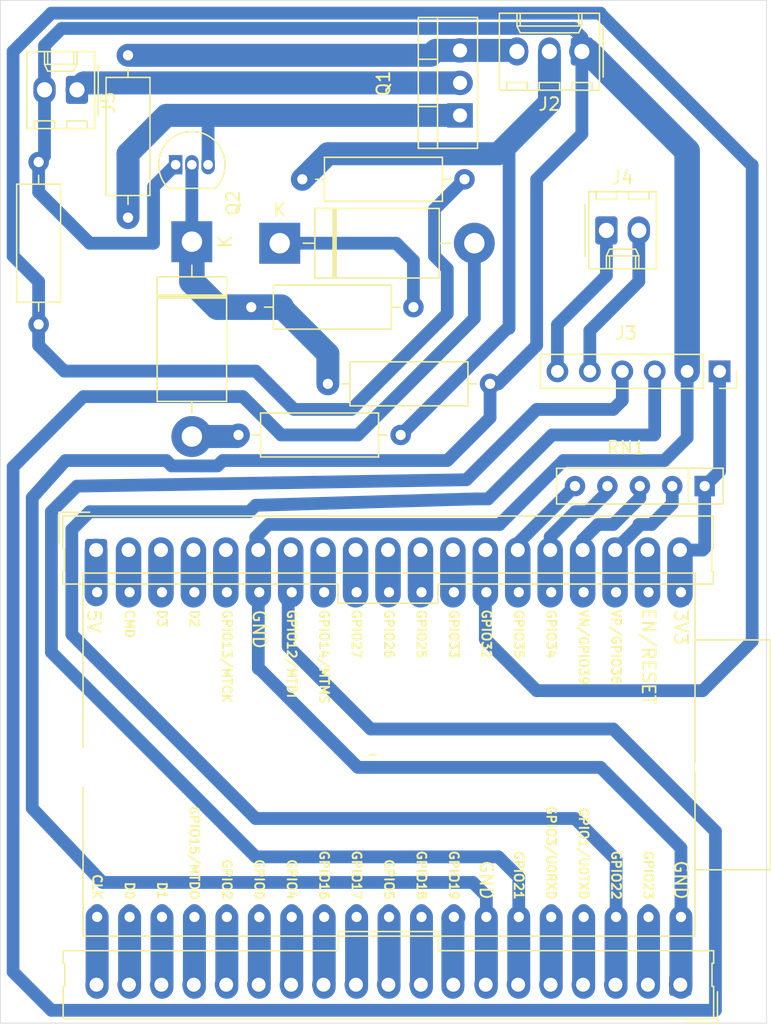
<source format=kicad_pcb>
(kicad_pcb (version 20240108) (generator "pcbnew") (generator_version "8.0")
  (layers (0 "F.Cu" signal) (31 "B.Cu" signal) (34 "B.Paste" user) (35 "F.Paste" user) (36 "B.SilkS" user "B.Silkscreen") (37 "F.SilkS" user "F.Silkscreen") (38 "B.Mask" user) (39 "F.Mask" user) (44 "Edge.Cuts" user))
  (net 0 "")
  (net 1 "Net-(D1-A)")
  (net 2 "Net-(D1-K)")
  (net 3 "Net-(D2-K)")
  (net 4 "Net-(Q1-G)")
  (net 5 "/Stay On")
  (net 6 "Net-(ESP1-ADC2_CH7{slash}GPIO27)")
  (net 7 "Net-(ESP1-SD_DATA3{slash}GPIO10)")
  (net 8 "Net-(ESP1-MTDO{slash}GPIO15{slash}ADC2_CH3)")
  (net 9 "Net-(ESP1-GPIO16)")
  (net 10 "GND")
  (net 11 "Net-(ESP1-GPIO5)")
  (net 12 "Net-(ESP1-SD_DATA2{slash}GPIO9)")
  (net 13 "Net-(ESP1-SD_DATA1{slash}GPIO8)")
  (net 14 "Net-(ESP1-GPIO17)")
  (net 15 "Pin 22 (motor cap)")
  (net 16 "Net-(ESP1-U0TXD{slash}GPIO1)")
  (net 17 "Net-(ESP1-SD_DATA0{slash}GPIO7)")
  (net 18 "Net-(ESP1-GPIO18)")
  (net 19 "Net-(ESP1-5V)")
  (net 20 "Pin 7 (brake pad)")
  (net 21 "Net-(ESP1-GPIO0{slash}BOOT{slash}ADC2_CH1)")
  (net 22 "/Volt Measurement")
  (net 23 "Net-(ESP1-MTCK{slash}GPIO13{slash}ADC2_CH4)")
  (net 24 "Net-(ESP1-ADC2_CH2{slash}GPIO2)")
  (net 25 "Net-(ESP1-DAC_1{slash}ADC2_CH8{slash}GPIO25)")
  (net 26 "Net-(ESP1-RESET)")
  (net 27 "Net-(ESP1-GPIO19)")
  (net 28 "Net-(ESP1-SD_CLK{slash}GPIO6)")
  (net 29 "Green Pin 22 (coolant)")
  (net 30 "directly from Oil LED")
  (net 31 "Net-(ESP1-CMD)")
  (net 32 "Net-(ESP1-MTMS{slash}GPIO14{slash}ADC2_CH6)")
  (net 33 "Net-(ESP1-GPIO23)")
  (net 34 "Net-(ESP1-32K_XN{slash}GPIO33{slash}ADC1_CH5)")
  (net 35 "Net-(ESP1-DAC_2{slash}ADC2_CH9{slash}GPIO26)")
  (net 36 "Net-(ESP1-U0RXD{slash}GPIO3)")
  (net 37 "Net-(ESP1-ADC2_CH0{slash}GPIO4)")
  (net 38 "Net-(ESP1-3V3)")
  (net 39 "Net-(ESP1-GPIO21)")
  (net 40 "Net-(ESP1-GPIO22)")
  (net 41 "/K30")
  (net 42 "/K15")
  (net 43 "Net-(J3-Pin_6)")
  (net 44 "Net-(J3-Pin_5)")
  (net 45 "/12 V out")
  (footprint "Connector_Molex:Molex_KK-254_AE-6410-02A_1x02_P2.54mm_Vertical" (layer "F.Cu") (at 97.46 68)
    (property "Reference" "J4" (at 1.27 -4.12 0) (layer "F.SilkS"))
    (property "Value" "CAN Connect")
    (pad "1" thru_hole roundrect (at 0 0) (size 1.74 2.19) (drill 1.19) (layers "*.Cu" "*.Mask") (roundrect_rratio 0.143678) (net 43 "Net-(J3-Pin_6)"))
    (pad "2" thru_hole oval (at 2.54 0) (size 1.74 2.19) (drill 1.19) (layers "*.Cu" "*.Mask") (net 44 "Net-(J3-Pin_5)"))
  )
  (footprint "Package_TO_SOT_THT:TO-92_Inline" (layer "F.Cu") (at 63.73 62.86)
    (property "Reference" "Q2" (at 4.5 3 90) (layer "F.SilkS"))
    (property "Value" "2N3904")
    (pad "1" thru_hole rect (at 0 0) (size 1.05 1.5) (drill 0.75) (layers "*.Cu" "*.Mask") (net 10 "GND"))
    (pad "2" thru_hole oval (at 1.27 0) (size 1.05 1.5) (drill 0.75) (layers "*.Cu" "*.Mask") (net 2 "Net-(D1-K)"))
    (pad "3" thru_hole oval (at 2.54 0) (size 1.05 1.5) (drill 0.75) (layers "*.Cu" "*.Mask") (net 4 "Net-(Q1-G)"))
  )
  (footprint "Resistor_THT:R_Axial_DIN0309_L9.0mm_D3.2mm_P12.70mm_Horizontal" (layer "F.Cu") (at 60 54.3 -90)
    (property "Reference" "R3" (hide yes))
    (property "Value" "100k")
    (pad "1" thru_hole circle (at 0 0 270) (size 1.6 1.6) (drill 0.8) (layers "*.Cu" "*.Mask") (net 41 "/K30"))
    (pad "2" thru_hole oval (at 12.7 0 270) (size 1.6 1.6) (drill 0.8) (layers "*.Cu" "*.Mask") (net 4 "Net-(Q1-G)"))
  )
  (footprint "Diode_THT:D_DO-201AD_P15.24mm_Horizontal" (layer "F.Cu") (at 65 68.88 -90)
    (property "Reference" "D1" (hide yes))
    (property "Value" "1N5408")
    (fp_text user "K" (at 0 -2.6 90) (layer "F.SilkS"))
    (pad "1" thru_hole rect (at 0 0 270) (size 3.2 3.2) (drill 1.6) (layers "*.Cu" "*.Mask") (net 2 "Net-(D1-K)"))
    (pad "2" thru_hole oval (at 15.24 0 270) (size 3.2 3.2) (drill 1.6) (layers "*.Cu" "*.Mask") (net 1 "Net-(D1-A)"))
  )
  (footprint "Package_TO_SOT_THT:TO-220-3_Vertical" (layer "F.Cu") (at 86 59 90)
    (property "Reference" "Q1" (at 2.5 -6 90) (layer "F.SilkS"))
    (property "Value" "IRF9540N")
    (pad "1" thru_hole rect (at 0 0 90) (size 1.905 2) (drill 1.1) (layers "*.Cu" "*.Mask") (net 4 "Net-(Q1-G)"))
    (pad "2" thru_hole oval (at 2.54 0 90) (size 1.905 2) (drill 1.1) (layers "*.Cu" "*.Mask") (net 45 "/12 V out"))
    (pad "3" thru_hole oval (at 5.08 0 90) (size 1.905 2) (drill 1.1) (layers "*.Cu" "*.Mask") (net 41 "/K30"))
  )
  (footprint "Resistor_THT:R_Axial_DIN0309_L9.0mm_D3.2mm_P12.70mm_Horizontal" (layer "F.Cu") (at 69.65 74)
    (property "Reference" "R6" (hide yes))
    (property "Value" "220")
    (pad "1" thru_hole circle (at 0 0) (size 1.6 1.6) (drill 0.8) (layers "*.Cu" "*.Mask") (net 2 "Net-(D1-K)"))
    (pad "2" thru_hole oval (at 12.7 0) (size 1.6 1.6) (drill 0.8) (layers "*.Cu" "*.Mask") (net 3 "Net-(D2-K)"))
  )
  (footprint "Connector_PinSocket_2.54mm:PinSocket_1x06_P2.54mm_Vertical" (layer "F.Cu") (at 106.325 79.025 -90)
    (property "Reference" "J3" (at -3 7.325 0) (layer "F.SilkS"))
    (property "Value" "CAN BUS Modul")
    (pad "1" thru_hole rect (at 0 0 270) (size 1.7 1.7) (drill 1) (layers "*.Cu" "*.Mask") (net 38 "Net-(ESP1-3V3)"))
    (pad "2" thru_hole oval (at 0 2.54 270) (size 1.7 1.7) (drill 1) (layers "*.Cu" "*.Mask") (net 10 "GND"))
    (pad "3" thru_hole oval (at 0 5.08 270) (size 1.7 1.7) (drill 1) (layers "*.Cu" "*.Mask") (net 40 "Net-(ESP1-GPIO22)"))
    (pad "4" thru_hole oval (at 0 7.62 270) (size 1.7 1.7) (drill 1) (layers "*.Cu" "*.Mask") (net 39 "Net-(ESP1-GPIO21)"))
    (pad "5" thru_hole oval (at 0 10.16 270) (size 1.7 1.7) (drill 1) (layers "*.Cu" "*.Mask") (net 44 "Net-(J3-Pin_5)"))
    (pad "6" thru_hole oval (at 0 12.7 270) (size 1.7 1.7) (drill 1) (layers "*.Cu" "*.Mask") (net 43 "Net-(J3-Pin_6)"))
  )
  (footprint "MountingHole:MountingHole_3.2mm_M3" (layer "F.Cu") (at 106 54)
    (property "Reference" "REF**" (hide yes))
    (property "Value" "MountingHole_3.2mm_M3" (hide yes))
    (pad "" np_thru_hole circle (at 0 0) (size 3.2 3.2) (drill 3.2) (layers "*.Cu" "*.Mask"))
  )
  (footprint "Resistor_THT:R_Axial_DIN0309_L9.0mm_D3.2mm_P12.70mm_Horizontal" (layer "F.Cu") (at 73.65 64)
    (property "Reference" "R2" (hide yes))
    (property "Value" "220k")
    (pad "1" thru_hole circle (at 0 0) (size 1.6 1.6) (drill 0.8) (layers "*.Cu" "*.Mask") (net 42 "/K15"))
    (pad "2" thru_hole oval (at 12.7 0) (size 1.6 1.6) (drill 0.8) (layers "*.Cu" "*.Mask") (net 22 "/Volt Measurement"))
  )
  (footprint "Connector_Molex:Molex_SL_171971-0019_1x19_P2.54mm_Vertical" (layer "F.Cu") (at 57.5 93)
    (property "Reference" "ESP32_1" (hide yes))
    (property "Value" "Screw_Terminal_01x19" (hide yes))
    (pad "1" thru_hole roundrect (at 0 0) (size 1.74 1.74) (drill 1.09) (layers "*.Cu" "*.Mask") (roundrect_rratio 0.143678) (net 19 "Net-(ESP1-5V)"))
    (pad "2" thru_hole circle (at 2.54 0) (size 1.74 1.74) (drill 1.09) (layers "*.Cu" "*.Mask") (net 31 "Net-(ESP1-CMD)"))
    (pad "3" thru_hole circle (at 5.08 0) (size 1.74 1.74) (drill 1.09) (layers "*.Cu" "*.Mask") (net 7 "Net-(ESP1-SD_DATA3{slash}GPIO10)"))
    (pad "4" thru_hole circle (at 7.62 0) (size 1.74 1.74) (drill 1.09) (layers "*.Cu" "*.Mask") (net 12 "Net-(ESP1-SD_DATA2{slash}GPIO9)"))
    (pad "5" thru_hole circle (at 10.16 0) (size 1.74 1.74) (drill 1.09) (layers "*.Cu" "*.Mask") (net 23 "Net-(ESP1-MTCK{slash}GPIO13{slash}ADC2_CH4)"))
    (pad "6" thru_hole circle (at 12.7 0) (size 1.74 1.74) (drill 1.09) (layers "*.Cu" "*.Mask") (net 10 "GND"))
    (pad "7" thru_hole circle (at 15.24 0) (size 1.74 1.74) (drill 1.09) (layers "*.Cu" "*.Mask") (net 5 "/Stay On"))
    (pad "8" thru_hole circle (at 17.78 0) (size 1.74 1.74) (drill 1.09) (layers "*.Cu" "*.Mask") (net 32 "Net-(ESP1-MTMS{slash}GPIO14{slash}ADC2_CH6)"))
    (pad "9" thru_hole circle (at 20.32 0) (size 1.74 1.74) (drill 1.09) (layers "*.Cu" "*.Mask") (net 6 "Net-(ESP1-ADC2_CH7{slash}GPIO27)"))
    (pad "10" thru_hole circle (at 22.86 0) (size 1.74 1.74) (drill 1.09) (layers "*.Cu" "*.Mask") (net 35 "Net-(ESP1-DAC_2{slash}ADC2_CH9{slash}GPIO26)"))
    (pad "11" thru_hole circle (at 25.4 0) (size 1.74 1.74) (drill 1.09) (layers "*.Cu" "*.Mask") (net 25 "Net-(ESP1-DAC_1{slash}ADC2_CH8{slash}GPIO25)"))
    (pad "12" thru_hole circle (at 27.94 0) (size 1.74 1.74) (drill 1.09) (layers "*.Cu" "*.Mask") (net 34 "Net-(ESP1-32K_XN{slash}GPIO33{slash}ADC1_CH5)"))
    (pad "13" thru_hole circle (at 30.48 0) (size 1.74 1.74) (drill 1.09) (layers "*.Cu" "*.Mask") (net 22 "/Volt Measurement"))
    (pad "14" thru_hole circle (at 33.02 0) (size 1.74 1.74) (drill 1.09) (layers "*.Cu" "*.Mask") (net 15 "Pin 22 (motor cap)"))
    (pad "15" thru_hole circle (at 35.56 0) (size 1.74 1.74) (drill 1.09) (layers "*.Cu" "*.Mask") (net 20 "Pin 7 (brake pad)"))
    (pad "16" thru_hole circle (at 38.1 0) (size 1.74 1.74) (drill 1.09) (layers "*.Cu" "*.Mask") (net 30 "directly from Oil LED"))
    (pad "17" thru_hole circle (at 40.64 0) (size 1.74 1.74) (drill 1.09) (layers "*.Cu" "*.Mask") (net 29 "Green Pin 22 (coolant)"))
    (pad "18" thru_hole circle (at 43.18 0) (size 1.74 1.74) (drill 1.09) (layers "*.Cu" "*.Mask") (net 26 "Net-(ESP1-RESET)"))
    (pad "19" thru_hole circle (at 45.72 0) (size 1.74 1.74) (drill 1.09) (layers "*.Cu" "*.Mask") (net 38 "Net-(ESP1-3V3)"))
  )
  (footprint "Resistor_THT:R_Axial_DIN0309_L9.0mm_D3.2mm_P12.70mm_Horizontal" (layer "F.Cu") (at 75.65 80)
    (property "Reference" "R5" (hide yes))
    (property "Value" "100k")
    (pad "1" thru_hole circle (at 0 0) (size 1.6 1.6) (drill 0.8) (layers "*.Cu" "*.Mask") (net 2 "Net-(D1-K)"))
    (pad "2" thru_hole oval (at 12.7 0) (size 1.6 1.6) (drill 0.8) (layers "*.Cu" "*.Mask") (net 10 "GND"))
  )
  (footprint "Connector_Molex:Molex_KK-254_AE-6410-02A_1x02_P2.54mm_Vertical" (layer "F.Cu") (at 56 57 180)
    (property "Reference" "J5" (at -2.46 -1 90) (layer "F.SilkS"))
    (property "Value" "To USB")
    (pad "1" thru_hole roundrect (at 0 0 180) (size 1.74 2.19) (drill 1.19) (layers "*.Cu" "*.Mask") (roundrect_rratio 0.143678) (net 45 "/12 V out"))
    (pad "2" thru_hole oval (at 2.54 0 180) (size 1.74 2.19) (drill 1.19) (layers "*.Cu" "*.Mask") (net 10 "GND"))
  )
  (footprint "Connector_Molex:Molex_KK-254_AE-6410-03A_1x03_P2.54mm_Vertical" (layer "F.Cu") (at 95.54 54 180)
    (property "Reference" "J2" (at 2.54 -4.12 0) (layer "F.SilkS"))
    (property "Value" "Power IN")
    (pad "1" thru_hole roundrect (at 0 0 180) (size 1.74 2.19) (drill 1.19) (layers "*.Cu" "*.Mask") (roundrect_rratio 0.143678) (net 10 "GND"))
    (pad "2" thru_hole oval (at 2.54 0 180) (size 1.74 2.19) (drill 1.19) (layers "*.Cu" "*.Mask") (net 42 "/K15"))
    (pad "3" thru_hole oval (at 5.08 0 180) (size 1.74 2.19) (drill 1.19) (layers "*.Cu" "*.Mask") (net 41 "/K30"))
  )
  (footprint "MountingHole:MountingHole_3.2mm_M3" (layer "F.Cu") (at 59 74)
    (property "Reference" "REF**" (hide yes))
    (property "Value" "MountingHole_3.2mm_M3" (hide yes))
    (pad "" np_thru_hole circle (at 0 0) (size 3.2 3.2) (drill 3.2) (layers "*.Cu" "*.Mask"))
  )
  (footprint "MountingHole:MountingHole_3.2mm_M3" (layer "F.Cu") (at 106 110)
    (property "Reference" "REF**" (hide yes))
    (property "Value" "MountingHole_3.2mm_M3" (hide yes))
    (pad "" np_thru_hole circle (at 0 0) (size 3.2 3.2) (drill 3.2) (layers "*.Cu" "*.Mask"))
  )
  (footprint "MountingHole:MountingHole_3.2mm_M3" (layer "F.Cu") (at 56 110)
    (property "Reference" "REF**" (hide yes))
    (property "Value" "MountingHole_3.2mm_M3" (hide yes))
    (pad "" np_thru_hole circle (at 0 0) (size 3.2 3.2) (drill 3.2) (layers "*.Cu" "*.Mask"))
  )
  (footprint "Resistor_THT:R_Array_SIP5" (layer "F.Cu") (at 105.16 88 180)
    (property "Reference" "RN1" (at 6.16 3 0) (layer "F.SilkS"))
    (property "Value" "Pull Up  47k")
    (pad "1" thru_hole rect (at 0 0 180) (size 1.6 1.6) (drill 0.8) (layers "*.Cu" "*.Mask") (net 38 "Net-(ESP1-3V3)"))
    (pad "2" thru_hole oval (at 2.54 0 180) (size 1.6 1.6) (drill 0.8) (layers "*.Cu" "*.Mask") (net 29 "Green Pin 22 (coolant)"))
    (pad "3" thru_hole oval (at 5.08 0 180) (size 1.6 1.6) (drill 0.8) (layers "*.Cu" "*.Mask") (net 30 "directly from Oil LED"))
    (pad "4" thru_hole oval (at 7.62 0 180) (size 1.6 1.6) (drill 0.8) (layers "*.Cu" "*.Mask") (net 20 "Pin 7 (brake pad)"))
    (pad "5" thru_hole oval (at 10.16 0 180) (size 1.6 1.6) (drill 0.8) (layers "*.Cu" "*.Mask") (net 15 "Pin 22 (motor cap)"))
  )
  (footprint "Diode_THT:D_DO-201AD_P15.24mm_Horizontal" (layer "F.Cu") (at 71.88 69)
    (property "Reference" "D2" (hide yes))
    (property "Value" "1N5408")
    (fp_text user "K" (at 0 -2.6 0) (layer "F.SilkS"))
    (pad "1" thru_hole rect (at 0 0) (size 3.2 3.2) (drill 1.6) (layers "*.Cu" "*.Mask") (net 3 "Net-(D2-K)"))
    (pad "2" thru_hole oval (at 15.24 0) (size 3.2 3.2) (drill 1.6) (layers "*.Cu" "*.Mask") (net 5 "/Stay On"))
  )
  (footprint "Resistor_THT:R_Axial_DIN0309_L9.0mm_D3.2mm_P12.70mm_Horizontal" (layer "F.Cu") (at 53 75.35 90)
    (property "Reference" "R4" (hide yes))
    (property "Value" "33k")
    (pad "1" thru_hole circle (at 0 0 90) (size 1.6 1.6) (drill 0.8) (layers "*.Cu" "*.Mask") (net 22 "/Volt Measurement"))
    (pad "2" thru_hole oval (at 12.7 0 90) (size 1.6 1.6) (drill 0.8) (layers "*.Cu" "*.Mask") (net 10 "GND"))
  )
  (footprint "PCM_Espressif:ESP32-DevKitC" (layer "F.Cu") (at 103.3 96.3 -90)
    (property "Reference" "ESP1" (hide yes))
    (property "Value" "~" (at 12.7 24.13 0) (layer "F.SilkS"))
    (fp_text user "GPIO12/MTDI" (at 1.27 30.48 -90) (layer "F.SilkS") (effects (font (size 0.7 0.7)) (justify left)))
    (fp_text user "GPIO35" (at 1.27 12.7 -90) (layer "F.SilkS") (effects (font (size 0.7 0.7)) (justify left)))
    (fp_text user "GPIO14/MTMS" (at 1.27 27.94 -90) (layer "F.SilkS") (effects (font (size 0.7 0.7)) (justify left)))
    (fp_text user "GND" (at 24.13 0 -90) (layer "F.SilkS") (effects (justify right)))
    (fp_text user "GPIO13/MTCK" (at 1.27 35.56 -90) (layer "F.SilkS") (effects (font (size 0.7 0.7)) (justify left)))
    (fp_text user "CLK" (at 24.13 45.72 -90) (layer "F.SilkS") (effects (font (size 0.7 0.7)) (justify right)))
    (fp_text user "D1" (at 24.13 40.64 -90) (layer "F.SilkS") (effects (font (size 0.7 0.7)) (justify right)))
    (fp_text user "GND" (at 24.13 15.24 -90) (layer "F.SilkS") (effects (justify right)))
    (fp_text user "GPIO33" (at 1.27 17.78 -90) (layer "F.SilkS") (effects (font (size 0.7 0.7)) (justify left)))
    (fp_text user "D2" (at 1.27 38.1 -90) (layer "F.SilkS") (effects (font (size 0.7 0.7)) (justify left)))
    (fp_text user "CMD" (at 1.27 43.18 -90) (layer "F.SilkS") (effects (font (size 0.7 0.7)) (justify left)))
    (fp_text user "GPIO3/U0RXD" (at 24.13 10.16 -90) (layer "F.SilkS") (effects (font (size 0.7 0.7)) (justify right)))
    (fp_text user "GPIO17" (at 24.13 25.4 -90) (layer "F.SilkS") (effects (font (size 0.7 0.7)) (justify right)))
    (fp_text user "GPIO1/U0TXD" (at 24.13 7.62 -90) (layer "F.SilkS") (effects (font (size 0.7 0.7)) (justify right)))
    (fp_text user "GPIO2" (at 24.13 35.56 -90) (layer "F.SilkS") (effects (font (size 0.7 0.7)) (justify right)))
    (fp_text user "GPIO16" (at 24.13 27.94 -90) (layer "F.SilkS") (effects (font (size 0.7 0.7)) (justify right)))
    (fp_text user "GPIO27" (at 1.27 25.4 -90) (layer "F.SilkS") (effects (font (size 0.7 0.7)) (justify left)))
    (fp_text user "5V" (at 1.26632 45.97128 -90) (layer "F.SilkS") (effects (justify left)))
    (fp_text user "GPIO32" (at 1.27 15.24 -90) (layer "F.SilkS") (effects (font (size 0.7 0.7)) (justify left)))
    (fp_text user "GPIO18" (at 24.13 20.32 -90) (layer "F.SilkS") (effects (font (size 0.7 0.7)) (justify right)))
    (fp_text user "GPIO34" (at 1.27 10.16 -90) (layer "F.SilkS") (effects (font (size 0.7 0.7)) (justify left)))
    (fp_text user "GPIO25" (at 1.27 20.32 -90) (layer "F.SilkS") (effects (font (size 0.7 0.7)) (justify left)))
    (fp_text user "VP/GPIO36" (at 1.27 5.08 -90) (layer "F.SilkS") (effects (font (size 0.7 0.7)) (justify left)))
    (fp_text user "3V3" (at 1.27 0 -90) (layer "F.SilkS") (effects (justify left)))
    (fp_text user "GPIO19" (at 24.13 17.78 -90) (layer "F.SilkS") (effects (font (size 0.7 0.7)) (justify right)))
    (fp_text user "GPIO21" (at 24.13 12.7 -90) (layer "F.SilkS") (effects (font (size 0.7 0.7)) (justify right)))
    (fp_text user "GPIO22" (at 24.13 5.08 -90) (layer "F.SilkS") (effects (font (size 0.7 0.7)) (justify right)))
    (fp_text user "GPIO4" (at 24.13 30.48 -90) (layer "F.SilkS") (effects (font (size 0.7 0.7)) (justify right)))
    (fp_text user "D0" (at 24.13 43.18 -90) (layer "F.SilkS") (effects (font (size 0.7 0.7)) (justify right)))
    (fp_text user "GND" (at 1.27 33.02 -90) (layer "F.SilkS") (effects (justify left)))
    (fp_text user "GPIO0" (at 24.13 33.02 -90) (layer "F.SilkS") (effects (font (size 0.7 0.7)) (justify right)))
    (fp_text user "GPIO5" (at 24.13 22.86 -90) (layer "F.SilkS") (effects (font (size 0.7 0.7)) (justify right)))
    (fp_text user "GPIO15/MTDO" (at 24.13 38.1 -90) (layer "F.SilkS") (effects (font (size 0.7 0.7)) (justify right)))
    (fp_text user "D3" (at 1.27 40.64 -90) (layer "F.SilkS") (effects (font (size 0.7 0.7)) (justify left)))
    (fp_text user "GPIO23" (at 24.13 2.54 -90) (layer "F.SilkS") (effects (font (size 0.7 0.7)) (justify right)))
    (fp_text user "VN/GPIO39" (at 1.27 7.62 -90) (layer "F.SilkS") (effects (font (size 0.7 0.7)) (justify left)))
    (fp_text user "EN/RESET" (at 8.88632 2.53728 -90) (layer "F.SilkS") (effects (justify right)))
    (fp_text user "GPIO26" (at 1.27 22.86 -90) (layer "F.SilkS") (effects (font (size 0.7 0.7)) (justify left)))
    (pad "1" thru_hole rect (at 0 0 180) (size 1.2 2) (drill 0.8) (layers "*.Cu" "*.Mask") (net 38 "Net-(ESP1-3V3)"))
    (pad "2" thru_hole oval (at 0 2.54 180) (size 1.2 2) (drill 0.8) (layers "*.Cu" "*.Mask") (net 26 "Net-(ESP1-RESET)"))
    (pad "3" thru_hole oval (at 0 5.08 180) (size 1.2 2) (drill 0.8) (layers "*.Cu" "*.Mask") (net 29 "Green Pin 22 (coolant)"))
    (pad "4" thru_hole oval (at 0 7.62 180) (size 1.2 2) (drill 0.8) (layers "*.Cu" "*.Mask") (net 30 "directly from Oil LED"))
    (pad "5" thru_hole oval (at 0 10.16 180) (size 1.2 2) (drill 0.8) (layers "*.Cu" "*.Mask") (net 20 "Pin 7 (brake pad)"))
    (pad "6" thru_hole oval (at 0 12.7 180) (size 1.2 2) (drill 0.8) (layers "*.Cu" "*.Mask") (net 15 "Pin 22 (motor cap)"))
    (pad "7" thru_hole oval (at 0 15.24 180) (size 1.2 2) (drill 0.8) (layers "*.Cu" "*.Mask") (net 22 "/Volt Measurement"))
    (pad "8" thru_hole oval (at 0 17.78 180) (size 1.2 2) (drill 0.8) (layers "*.Cu" "*.Mask") (net 34 "Net-(ESP1-32K_XN{slash}GPIO33{slash}ADC1_CH5)"))
    (pad "9" thru_hole oval (at 0 20.32 180) (size 1.2 2) (drill 0.8) (layers "*.Cu" "*.Mask") (net 25 "Net-(ESP1-DAC_1{slash}ADC2_CH8{slash}GPIO25)"))
    (pad "10" thru_hole oval (at 0 22.86 180) (size 1.2 2) (drill 0.8) (layers "*.Cu" "*.Mask") (net 35 "Net-(ESP1-DAC_2{slash}ADC2_CH9{slash}GPIO26)"))
    (pad "11" thru_hole oval (at 0 25.4 180) (size 1.2 2) (drill 0.8) (layers "*.Cu" "*.Mask") (net 6 "Net-(ESP1-ADC2_CH7{slash}GPIO27)"))
    (pad "12" thru_hole oval (at 0 27.94 180) (size 1.2 2) (drill 0.8) (layers "*.Cu" "*.Mask") (net 32 "Net-(ESP1-MTMS{slash}GPIO14{slash}ADC2_CH6)"))
    (pad "13" thru_hole oval (at 0 30.48 180) (size 1.2 2) (drill 0.8) (layers "*.Cu" "*.Mask") (net 5 "/Stay On"))
    (pad "14" thru_hole oval (at 0 33.02 180) (size 1.2 2) (drill 0.8) (layers "*.Cu" "*.Mask") (net 10 "GND"))
    (pad "15" thru_hole oval (at 0 35.56 180) (size 1.2 2) (drill 0.8) (layers "*.Cu" "*.Mask") (net 23 "Net-(ESP1-MTCK{slash}GPIO13{slash}ADC2_CH4)"))
    (pad "16" thru_hole oval (at 0 38.1 180) (size 1.2 2) (drill 0.8) (layers "*.Cu" "*.Mask") (net 12 "Net-(ESP1-SD_DATA2{slash}GPIO9)"))
    (pad "17" thru_hole oval (at 0 40.64 180) (size 1.2 2) (drill 0.8) (layers "*.Cu" "*.Mask") (net 7 "Net-(ESP1-SD_DATA3{slash}GPIO10)"))
    (pad "18" thru_hole oval (at 0 43.18 180) (size 1.2 2) (drill 0.8) (layers "*.Cu" "*.Mask") (net 31 "Net-(ESP1-CMD)"))
    (pad "19" thru_hole oval (at 0 45.72 180) (size 1.2 2) (drill 0.8) (layers "*.Cu" "*.Mask") (net 19 "Net-(ESP1-5V)"))
    (pad "20" thru_hole oval (at 25.39632 45.71728 180) (size 1.2 2) (drill 0.8) (layers "*.Cu" "*.Mask") (net 28 "Net-(ESP1-SD_CLK{slash}GPIO6)"))
    (pad "21" thru_hole oval (at 25.39632 43.17728 180) (size 1.2 2) (drill 0.8) (layers "*.Cu" "*.Mask") (net 17 "Net-(ESP1-SD_DATA0{slash}GPIO7)"))
    (pad "22" thru_hole oval (at 25.4 40.64 180) (size 1.2 2) (drill 0.8) (layers "*.Cu" "*.Mask") (net 13 "Net-(ESP1-SD_DATA1{slash}GPIO8)"))
    (pad "23" thru_hole oval (at 25.4 38.1 180) (size 1.2 2) (drill 0.8) (layers "*.Cu" "*.Mask") (net 8 "Net-(ESP1-MTDO{slash}GPIO15{slash}ADC2_CH3)"))
    (pad "24" thru_hole oval (at 25.4 35.56 180) (size 1.2 2) (drill 0.8) (layers "*.Cu" "*.Mask") (net 24 "Net-(ESP1-ADC2_CH2{slash}GPIO2)"))
    (pad "25" thru_hole oval (at 25.4 33.02 180) (size 1.2 2) (drill 0.8) (layers "*.Cu" "*.Mask") (net 21 "Net-(ESP1-GPIO0{slash}BOOT{slash}ADC2_CH1)"))
    (pad "26" thru_hole oval (at 25.4 30.48 180) (size 1.2 2) (drill 0.8) (layers "*.Cu" "*.Mask") (net 37 "Net-(ESP1-ADC2_CH0{slash}GPIO4)"))
    (pad "27" thru_hole oval (at 25.4 27.94 180) (size 1.2 2) (drill 0.8) (layers "*.Cu" "*.Mask") (net 9 "Net-(ESP1-GPIO16)"))
    (pad "28" thru_hole oval (at 25.4 25.4 180) (size 1.2 2) (drill 0.8) (layers "*.Cu" "*.Mask") (net 14 "Net-(ESP1-GPIO17)"))
    (pad "29" thru_hole oval (at 25.4 22.86 180) (size 1.2 2) (drill 0.8) (layers "*.Cu" "*.Mask") (net 11 "Net-(ESP1-GPIO5)"))
    (pad "30" thru_hole oval (at 25.4 20.32 180) (size 1.2 2) (drill 0.8) (layers "*.Cu" "*.Mask") (net 18 "Net-(ESP1-GPIO18)"))
    (pad "31" thru_hole oval (at 25.4 17.78 180) (size 1.2 2) (drill 0.8) (layers "*.Cu" "*.Mask") (net 27 "Net-(ESP1-GPIO19)"))
    (pad "32" thru_hole oval (at 25.4 15.24 180) (size 1.2 2) (drill 0.8) (layers "*.Cu" "*.Mask") (net 10 "GND"))
    (pad "33" thru_hole oval (at 25.4 12.7 180) (size 1.2 2) (drill 0.8) (layers "*.Cu" "*.Mask") (net 39 "Net-(ESP1-GPIO21)"))
    (pad "34" thru_hole oval (at 25.4 10.16 180) (size 1.2 2) (drill 0.8) (layers "*.Cu" "*.Mask") (net 36 "Net-(ESP1-U0RXD{slash}GPIO3)"))
    (pad "35" thru_hole oval (at 25.4 7.62 180) (size 1.2 2) (drill 0.8) (layers "*.Cu" "*.Mask") (net 16 "Net-(ESP1-U0TXD{slash}GPIO1)"))
    (pad "36" thru_hole oval (at 25.4 5.08 180) (size 1.2 2) (drill 0.8) (layers "*.Cu" "*.Mask") (net 40 "Net-(ESP1-GPIO22)"))
    (pad "37" thru_hole oval (at 25.4 2.54 180) (size 1.2 2) (drill 0.8) (layers "*.Cu" "*.Mask") (net 33 "Net-(ESP1-GPIO23)"))
    (pad "38" thru_hole oval (at 25.4 0 180) (size 1.2 2) (drill 0.8) (layers "*.Cu" "*.Mask") (net 10 "GND"))
  )
  (footprint "Resistor_THT:R_Axial_DIN0309_L9.0mm_D3.2mm_P12.70mm_Horizontal" (layer "F.Cu") (at 81.35 84 180)
    (property "Reference" "R1" (hide yes))
    (property "Value" "10k")
    (pad "1" thru_hole circle (at 0 0 180) (size 1.6 1.6) (drill 0.8) (layers "*.Cu" "*.Mask") (net 42 "/K15"))
    (pad "2" thru_hole oval (at 12.7 0 180) (size 1.6 1.6) (drill 0.8) (layers "*.Cu" "*.Mask") (net 1 "Net-(D1-A)"))
  )
  (footprint "Connector_Molex:Molex_SL_171971-0019_1x19_P2.54mm_Vertical" (layer "F.Cu") (at 103.25 127 180)
    (property "Reference" "ESP32_2" (hide yes))
    (property "Value" "Screw_Terminal_01x19" (hide yes))
    (pad "1" thru_hole roundrect (at 0 0 180) (size 1.74 1.74) (drill 1.09) (layers "*.Cu" "*.Mask") (roundrect_rratio 0.143678) (net 10 "GND"))
    (pad "2" thru_hole circle (at 2.54 0 180) (size 1.74 1.74) (drill 1.09) (layers "*.Cu" "*.Mask") (net 33 "Net-(ESP1-GPIO23)"))
    (pad "3" thru_hole circle (at 5.08 0 180) (size 1.74 1.74) (drill 1.09) (layers "*.Cu" "*.Mask") (net 40 "Net-(ESP1-GPIO22)"))
    (pad "4" thru_hole circle (at 7.62 0 180) (size 1.74 1.74) (drill 1.09) (layers "*.Cu" "*.Mask") (net 16 "Net-(ESP1-U0TXD{slash}GPIO1)"))
    (pad "5" thru_hole circle (at 10.16 0 180) (size 1.74 1.74) (drill 1.09) (layers "*.Cu" "*.Mask") (net 36 "Net-(ESP1-U0RXD{slash}GPIO3)"))
    (pad "6" thru_hole circle (at 12.7 0 180) (size 1.74 1.74) (drill 1.09) (layers "*.Cu" "*.Mask") (net 39 "Net-(ESP1-GPIO21)"))
    (pad "7" thru_hole circle (at 15.24 0 180) (size 1.74 1.74) (drill 1.09) (layers "*.Cu" "*.Mask") (net 10 "GND"))
    (pad "8" thru_hole circle (at 17.78 0 180) (size 1.74 1.74) (drill 1.09) (layers "*.Cu" "*.Mask") (net 27 "Net-(ESP1-GPIO19)"))
    (pad "9" thru_hole circle (at 20.32 0 180) (size 1.74 1.74) (drill 1.09) (layers "*.Cu" "*.Mask") (net 18 "Net-(ESP1-GPIO18)"))
    (pad "10" thru_hole circle (at 22.86 0 180) (size 1.74 1.74) (drill 1.09) (layers "*.Cu" "*.Mask") (net 11 "Net-(ESP1-GPIO5)"))
    (pad "11" thru_hole circle (at 25.4 0 180) (size 1.74 1.74) (drill 1.09) (layers "*.Cu" "*.Mask") (net 14 "Net-(ESP1-GPIO17)"))
    (pad "12" thru_hole circle (at 27.94 0 180) (size 1.74 1.74) (drill 1.09) (layers "*.Cu" "*.Mask") (net 9 "Net-(ESP1-GPIO16)"))
    (pad "13" thru_hole circle (at 30.48 0 180) (size 1.74 1.74) (drill 1.09) (layers "*.Cu" "*.Mask") (net 37 "Net-(ESP1-ADC2_CH0{slash}GPIO4)"))
    (pad "14" thru_hole circle (at 33.02 0 180) (size 1.74 1.74) (drill 1.09) (layers "*.Cu" "*.Mask") (net 21 "Net-(ESP1-GPIO0{slash}BOOT{slash}ADC2_CH1)"))
    (pad "15" thru_hole circle (at 35.56 0 180) (size 1.74 1.74) (drill 1.09) (layers "*.Cu" "*.Mask") (net 24 "Net-(ESP1-ADC2_CH2{slash}GPIO2)"))
    (pad "16" thru_hole circle (at 38.1 0 180) (size 1.74 1.74) (drill 1.09) (layers "*.Cu" "*.Mask") (net 8 "Net-(ESP1-MTDO{slash}GPIO15{slash}ADC2_CH3)"))
    (pad "17" thru_hole circle (at 40.64 0 180) (size 1.74 1.74) (drill 1.09) (layers "*.Cu" "*.Mask") (net 13 "Net-(ESP1-SD_DATA1{slash}GPIO8)"))
    (pad "18" thru_hole circle (at 43.18 0 180) (size 1.74 1.74) (drill 1.09) (layers "*.Cu" "*.Mask") (net 17 "Net-(ESP1-SD_DATA0{slash}GPIO7)"))
    (pad "19" thru_hole circle (at 45.72 0 180) (size 1.74 1.74) (drill 1.09) (layers "*.Cu" "*.Mask") (net 28 "Net-(ESP1-SD_CLK{slash}GPIO6)"))
  )
  (gr_rect (start 50 50) (end 110 130) (stroke (width 0.05)) (fill none) (layer "Edge.Cuts"))
  (segment (start 68.53 84.12) (end 68.65 84) (width 1.8) (layer "B.Cu") (net 1))
  (segment (start 65 84.12) (end 68.53 84.12) (width 1.8) (layer "B.Cu") (net 1))
  (segment (start 72 74) (end 69.65 74) (width 2) (layer "B.Cu") (net 2))
  (segment (start 75.65 77.65) (end 75.65 80) (width 1.8) (layer "B.Cu") (net 2))
  (segment (start 65 62.86) (end 65 67.88) (width 1) (layer "B.Cu") (net 2))
  (segment (start 67 74) (end 69.65 74) (width 2) (layer "B.Cu") (net 2))
  (segment (start 67 74) (end 65 72) (width 2) (layer "B.Cu") (net 2))
  (segment (start 65 72) (end 65 68.88) (width 2) (layer "B.Cu") (net 2))
  (segment (start 72 74) (end 75.65 77.65) (width 1.8) (layer "B.Cu") (net 2))
  (segment (start 82.35 74) (end 82.35 70.35) (width 1) (layer "B.Cu") (net 3))
  (segment (start 81 69) (end 71.88 69) (width 1) (layer "B.Cu") (net 3))
  (segment (start 82.35 70.35) (end 81 69) (width 1) (layer "B.Cu") (net 3))
  (segment (start 86 59) (end 63 59) (width 1.8) (layer "B.Cu") (net 4))
  (segment (start 66.27 62.86) (end 66.27 59.23) (width 1) (layer "B.Cu") (net 4))
  (segment (start 63 59) (end 60 62) (width 1.8) (layer "B.Cu") (net 4))
  (segment (start 60 62) (end 60 67) (width 1.8) (layer "B.Cu") (net 4))
  (segment (start 72 84) (end 78 84) (width 1) (layer "B.Cu") (net 5))
  (segment (start 79 107) (end 98 107) (width 1) (layer "B.Cu") (net 5))
  (segment (start 106 129) (end 54 129) (width 1) (layer "B.Cu") (net 5))
  (segment (start 51 126) (end 51 86.5) (width 1) (layer "B.Cu") (net 5))
  (segment (start 106 115) (end 106 129) (width 1) (layer "B.Cu") (net 5))
  (segment (start 69 81) (end 72 84) (width 1) (layer "B.Cu") (net 5))
  (segment (start 98 107) (end 106 115) (width 1) (layer "B.Cu") (net 5))
  (segment (start 51 86.5) (end 56.5 81) (width 1) (layer "B.Cu") (net 5))
  (segment (start 72.54 96.3) (end 72.54 100.54) (width 1) (layer "B.Cu") (net 5))
  (segment (start 54 129) (end 51 126) (width 1) (layer "B.Cu") (net 5))
  (segment (start 56.5 81) (end 69 81) (width 1) (layer "B.Cu") (net 5))
  (segment (start 72.54 100.54) (end 79 107) (width 1) (layer "B.Cu") (net 5))
  (segment (start 78 84) (end 87.12 74.88) (width 1) (layer "B.Cu") (net 5))
  (segment (start 72.74 93) (end 72.74 96.5) (width 2) (layer "B.Cu") (net 5))
  (segment (start 87.12 74.88) (end 87.12 69) (width 1) (layer "B.Cu") (net 5))
  (segment (start 77.82 93) (end 77.82 96.5) (width 2) (layer "B.Cu") (net 6))
  (segment (start 62.58 93) (end 62.58 96.5) (width 2) (layer "B.Cu") (net 7))
  (segment (start 65.2 121.7) (end 65.2 127.2) (width 1.8) (layer "B.Cu") (net 8))
  (segment (start 65.2 126.95) (end 65.15 127) (width 1.8) (layer "B.Cu") (net 8))
  (segment (start 75.36 121.7) (end 75.36 127.2) (width 1.8) (layer "B.Cu") (net 9))
  (segment (start 75.36 126.95) (end 75.31 127) (width 1.8) (layer "B.Cu") (net 9))
  (segment (start 70.2 93) (end 70.2 96.5) (width 2) (layer "B.Cu") (net 10))
  (segment (start 96 54) (end 95.54 54) (width 2) (layer "B.Cu") (net 10))
  (segment (start 87 119) (end 88.06 120.06) (width 1) (layer "B.Cu") (net 10))
  (segment (start 52.5 113.2) (end 52.5 88.902944) (width 1) (layer "B.Cu") (net 10))
  (segment (start 95.54 60.46) (end 95.54 54) (width 1) (layer "B.Cu") (net 10))
  (segment (start 62 64.59) (end 63.73 62.86) (width 1) (layer "B.Cu") (net 10))
  (segment (start 103.3 116.3) (end 103.3 121.7) (width 1) (layer "B.Cu") (net 10))
  (segment (start 95.54 54) (end 95.54 52.905) (width 1) (layer "B.Cu") (net 10))
  (segment (start 54.8 52.2) (end 94.835 52.2) (width 1) (layer "B.Cu") (net 10))
  (segment (start 52.5 88.902944) (end 55.102944 86) (width 1) (layer "B.Cu") (net 10))
  (segment (start 103.3 126.95) (end 103.25 127) (width 1.8) (layer "B.Cu") (net 10))
  (segment (start 85 86) (end 88.35 82.65) (width 1) (layer "B.Cu") (net 10))
  (segment (start 89.091168 91) (end 71 91) (width 1) (layer "B.Cu") (net 10))
  (segment (start 88.06 121.7) (end 88.06 127.2) (width 1.8) (layer "B.Cu") (net 10))
  (segment (start 102 86) (end 94.091168 86) (width 1) (layer "B.Cu") (net 10))
  (segment (start 92 64) (end 95.54 60.46) (width 1) (layer "B.Cu") (net 10))
  (segment (start 70.28 102.28) (end 78 110) (width 1) (layer "B.Cu") (net 10))
  (segment (start 54.8 52.2) (end 53.46 53.54) (width 1) (layer "B.Cu") (net 10))
  (segment (start 53.46 62.19) (end 53 62.65) (width 1) (layer "B.Cu") (net 10))
  (segment (start 67 86.42) (end 67.42 86) (width 1) (layer "B.Cu") (net 10))
  (segment (start 70.2 102.28) (end 70.2 96.3) (width 1) (layer "B.Cu") (net 10))
  (segment (start 103.785 79.025) (end 103.785 84.215) (width 1) (layer "B.Cu") (net 10))
  (segment (start 57 69) (end 53 65) (width 1) (layer "B.Cu") (net 10))
  (segment (start 62 69) (end 62 64.59) (width 1) (layer "B.Cu") (net 10))
  (segment (start 55.102944 86) (end 63 86) (width 1) (layer "B.Cu") (net 10))
  (segment (start 63.42 86.42) (end 67 86.42) (width 1) (layer "B.Cu") (net 10))
  (segment (start 67.42 86) (end 85 86) (width 1) (layer "B.Cu") (net 10))
  (segment (start 71 91) (end 70 92) (width 1) (layer "B.Cu") (net 10))
  (segment (start 88.35 82.65) (end 88.35 80) (width 1) (layer "B.Cu") (net 10))
  (segment (start 58 119) (end 52.5 113.2) (width 1) (layer "B.Cu") (net 10))
  (segment (start 94.835 52.2) (end 95 52.2) (width 1) (layer "B.Cu") (net 10))
  (segment (start 95.54 52.905) (end 94.835 52.2) (width 1) (layer "B.Cu") (net 10))
  (segment (start 89 80) (end 92 77) (width 1) (layer "B.Cu") (net 10))
  (segment (start 88.06 120.06) (end 88.06 121.7) (width 1) (layer "B.Cu") (net 10))
  (segment (start 53.46 57) (end 53.46 62.19) (width 1) (layer "B.Cu") (net 10))
  (segment (start 53 65) (end 53 62.65) (width 1) (layer "B.Cu") (net 10))
  (segment (start 88.06 126.95) (end 88.01 127) (width 1.8) (layer "B.Cu") (net 10))
  (segment (start 78 110) (end 97 110) (width 1) (layer "B.Cu") (net 10))
  (segment (start 97 110) (end 103.3 116.3) (width 1) (layer "B.Cu") (net 10))
  (segment (start 70 92.8) (end 70.2 93) (width 1) (layer "B.Cu") (net 10))
  (segment (start 70 92) (end 70 92.8) (width 1) (layer "B.Cu") (net 10))
  (segment (start 103.3 121.7) (end 103.3 127.2) (width 1.8) (layer "B.Cu") (net 10))
  (segment (start 92 77) (end 92 64) (width 1) (layer "B.Cu") (net 10))
  (segment (start 53.46 53.54) (end 53.46 57) (width 1) (layer "B.Cu") (net 10))
  (segment (start 103.785 79.025) (end 103.785 61.785) (width 2) (layer "B.Cu") (net 10))
  (segment (start 103.785 84.215) (end 102 86) (width 1) (layer "B.Cu") (net 10))
  (segment (start 63 86) (end 63.42 86.42) (width 1) (layer "B.Cu") (net 10))
  (segment (start 94.091168 86) (end 89.091168 91) (width 1) (layer "B.Cu") (net 10))
  (segment (start 87 119) (end 58 119) (width 1) (layer "B.Cu") (net 10))
  (segment (start 103.785 61.785) (end 96 54) (width 2) (layer "B.Cu") (net 10))
  (segment (start 88.35 80) (end 89 80) (width 1) (layer "B.Cu") (net 10))
  (segment (start 57 69) (end 62 69) (width 1) (layer "B.Cu") (net 10))
  (segment (start 80.44 121.7) (end 80.44 127.2) (width 1.8) (layer "B.Cu") (net 11))
  (segment (start 80.44 126.95) (end 80.39 127) (width 1.8) (layer "B.Cu") (net 11))
  (segment (start 65.12 93) (end 65.12 96.5) (width 2) (layer "B.Cu") (net 12))
  (segment (start 62.66 126.95) (end 62.61 127) (width 1.8) (layer "B.Cu") (net 13))
  (segment (start 62.66 121.7) (end 62.66 127.2) (width 1.8) (layer "B.Cu") (net 13))
  (segment (start 77.9 121.7) (end 77.9 127.2) (width 1.8) (layer "B.Cu") (net 14))
  (segment (start 77.9 126.95) (end 77.85 127) (width 1.8) (layer "B.Cu") (net 14))
  (segment (start 95 88) (end 90.52 92.48) (width 1) (layer "B.Cu") (net 15))
  (segment (start 90.52 93) (end 90.52 96.5) (width 2) (layer "B.Cu") (net 15))
  (segment (start 90.52 92.48) (end 90.52 93) (width 1) (layer "B.Cu") (net 15))
  (segment (start 95.68 126.95) (end 95.63 127) (width 1.8) (layer "B.Cu") (net 16))
  (segment (start 95.68 121.7) (end 95.68 127.2) (width 1.8) (layer "B.Cu") (net 16))
  (segment (start 60.12272 126.94728) (end 60.07 127) (width 1.8) (layer "B.Cu") (net 17))
  (segment (start 60.12272 121.69632) (end 60.12272 127.2) (width 1.8) (layer "B.Cu") (net 17))
  (segment (start 82.98 126.95) (end 82.93 127) (width 1.8) (layer "B.Cu") (net 18))
  (segment (start 82.98 121.7) (end 82.98 127.2) (width 1.8) (layer "B.Cu") (net 18))
  (segment (start 57.5 93) (end 57.5 96.5) (width 1.8) (layer "B.Cu") (net 19))
  (segment (start 93.06 93) (end 93.06 96.5) (width 2) (layer "B.Cu") (net 20))
  (segment (start 97.54 88.46) (end 96 90) (width 1) (layer "B.Cu") (net 20))
  (segment (start 96 90) (end 95.03 90) (width 1) (layer "B.Cu") (net 20))
  (segment (start 93.06 91.97) (end 93.06 93) (width 1) (layer "B.Cu") (net 20))
  (segment (start 97.54 88) (end 97.54 88.46) (width 1) (layer "B.Cu") (net 20))
  (segment (start 95.03 90) (end 93.06 91.97) (width 1) (layer "B.Cu") (net 20))
  (segment (start 70.28 121.7) (end 70.28 127.2) (width 1.8) (layer "B.Cu") (net 21))
  (segment (start 70.28 126.95) (end 70.23 127) (width 1.8) (layer "B.Cu") (net 21))
  (segment (start 105 104) (end 108.875 100.125) (width 1) (layer "B.Cu") (net 22))
  (segment (start 87.98 93) (end 87.98 96.5) (width 2) (layer "B.Cu") (net 22))
  (segment (start 108.875 62.9375) (end 97 51.0625) (width 1) (layer "B.Cu") (net 22))
  (segment (start 77.5 82) (end 85 74.5) (width 1) (layer "B.Cu") (net 22))
  (segment (start 84 70) (end 84 66.35) (width 1) (layer "B.Cu") (net 22))
  (segment (start 92 104) (end 105 104) (width 1) (layer "B.Cu") (net 22))
  (segment (start 53 77) (end 55 79) (width 1) (layer "B.Cu") (net 22))
  (segment (start 51 54) (end 51 70) (width 1) (layer "B.Cu") (net 22))
  (segment (start 87.98 99.98) (end 92 104) (width 1) (layer "B.Cu") (net 22))
  (segment (start 97 51) (end 54 51) (width 1) (layer "B.Cu") (net 22))
  (segment (start 54 51) (end 51 54) (width 1) (layer "B.Cu") (net 22))
  (segment (start 84 66.35) (end 86.35 64) (width 1) (layer "B.Cu") (net 22))
  (segment (start 73 82) (end 77.5 82) (width 1) (layer "B.Cu") (net 22))
  (segment (start 53 75.35) (end 53 72) (width 1) (layer "B.Cu") (net 22))
  (segment (start 53 75.35) (end 53 77) (width 1) (layer "B.Cu") (net 22))
  (segment (start 70 79) (end 73 82) (width 1) (layer "B.Cu") (net 22))
  (segment (start 53 72) (end 51 70) (width 1) (layer "B.Cu") (net 22))
  (segment (start 108.875 100.125) (end 108.875 62.875) (width 1) (layer "B.Cu") (net 22))
  (segment (start 87.98 99.78) (end 87.98 99.98) (width 1) (layer "B.Cu") (net 22))
  (segment (start 85 71) (end 84 70) (width 1) (layer "B.Cu") (net 22))
  (segment (start 85 74.5) (end 85 71) (width 1) (layer "B.Cu") (net 22))
  (segment (start 55 79) (end 70 79) (width 1) (layer "B.Cu") (net 22))
  (segment (start 87.98 96.3) (end 87.98 99.78) (width 1) (layer "B.Cu") (net 22))
  (segment (start 67.66 93) (end 67.66 96.5) (width 2) (layer "B.Cu") (net 23))
  (segment (start 67.74 121.7) (end 67.74 127.2) (width 1.8) (layer "B.Cu") (net 24))
  (segment (start 67.74 126.95) (end 67.69 127) (width 1.8) (layer "B.Cu") (net 24))
  (segment (start 82.9 93) (end 82.9 96.5) (width 2) (layer "B.Cu") (net 25))
  (segment (start 100.68 93) (end 100.68 96.5) (width 2) (layer "B.Cu") (net 26))
  (segment (start 85.440001 121.779999) (end 85.440001 127.2) (width 1.8) (layer "B.Cu") (net 27))
  (segment (start 85.52 121.7) (end 85.440001 121.779999) (width 1.8) (layer "B.Cu") (net 27))
  (segment (start 57.58272 121.69632) (end 57.58272 127.2) (width 1.8) (layer "B.Cu") (net 28))
  (segment (start 98.14 93) (end 98.14 96.5) (width 2) (layer "B.Cu") (net 29))
  (segment (start 102.62 88) (end 102.62 89.38) (width 1) (layer "B.Cu") (net 29))
  (segment (start 100 91) (end 100 91.14) (width 1) (layer "B.Cu") (net 29))
  (segment (start 102.62 89.38) (end 101 91) (width 1) (layer "B.Cu") (net 29))
  (segment (start 101 91) (end 100 91) (width 1) (layer "B.Cu") (net 29))
  (segment (start 100 91.14) (end 98.14 93) (width 1) (layer "B.Cu") (net 29))
  (segment (start 95.6 93) (end 95.6 96.5) (width 2) (layer "B.Cu") (net 30))
  (segment (start 95.6 92.2) (end 95.6 93) (width 1) (layer "B.Cu") (net 30))
  (segment (start 96.8 91) (end 95.6 92.2) (width 1) (layer "B.Cu") (net 30))
  (segment (start 98 91) (end 96.8 91) (width 1) (layer "B.Cu") (net 30))
  (segment (start 100.08 88.92) (end 98 91) (width 1) (layer "B.Cu") (net 30))
  (segment (start 100.08 88) (end 100.08 88.92) (width 1) (layer "B.Cu") (net 30))
  (segment (start 60.04 93) (end 60.04 96.5) (width 2) (layer "B.Cu") (net 31))
  (segment (start 75.28 93) (end 75.28 96.5) (width 2) (layer "B.Cu") (net 32))
  (segment (start 100.76 121.7) (end 100.76 127.2) (width 1.8) (layer "B.Cu") (net 33))
  (segment (start 100.76 126.95) (end 100.71 127) (width 1.8) (layer "B.Cu") (net 33))
  (segment (start 85.44 93) (end 85.44 96.5) (width 2) (layer "B.Cu") (net 34))
  (segment (start 80.36 93) (end 80.36 96.5) (width 2) (layer "B.Cu") (net 35))
  (segment (start 93.14 126.95) (end 93.09 127) (width 1.8) (layer "B.Cu") (net 36))
  (segment (start 93.14 121.7) (end 93.14 127.2) (width 1.8) (layer "B.Cu") (net 36))
  (segment (start 72.82 126.95) (end 72.77 127) (width 1.8) (layer "B.Cu") (net 37))
  (segment (start 72.82 121.7) (end 72.82 127.2) (width 1.8) (layer "B.Cu") (net 37))
  (segment (start 105.16 88) (end 106.325 86.835) (width 1) (layer "B.Cu") (net 38))
  (segment (start 106.325 86.835) (end 106.325 79.025) (width 1) (layer "B.Cu") (net 38))
  (segment (start 105 93) (end 105.16 92.84) (width 1) (layer "B.Cu") (net 38))
  (segment (start 103.22 93) (end 105 93) (width 1) (layer "B.Cu") (net 38))
  (segment (start 103.22 93) (end 103.22 96.5) (width 2) (layer "B.Cu") (net 38))
  (segment (start 105.16 92.84) (end 105.16 88) (width 1) (layer "B.Cu") (net 38))
  (segment (start 98.705 79.025) (end 98.705 81.295) (width 1) (layer "B.Cu") (net 39))
  (segment (start 54 101) (end 70 117) (width 1) (layer "B.Cu") (net 39))
  (segment (start 90.6 118.6) (end 90.6 121.7) (width 1) (layer "B.Cu") (net 39))
  (segment (start 90.6 126.95) (end 90.55 127) (width 1.8) (layer "B.Cu") (net 39))
  (segment (start 98 82) (end 92 82) (width 1) (layer "B.Cu") (net 39))
  (segment (start 56 88) (end 54 90) (width 1) (layer "B.Cu") (net 39))
  (segment (start 70 117) (end 89 117) (width 1) (layer "B.Cu") (net 39))
  (segment (start 54 90) (end 54 101) (width 1) (layer "B.Cu") (net 39))
  (segment (start 92 82) (end 86.5 87.5) (width 1) (layer "B.Cu") (net 39))
  (segment (start 89 117) (end 90.6 118.6) (width 1) (layer "B.Cu") (net 39))
  (segment (start 98.705 81.295) (end 98 82) (width 1) (layer "B.Cu") (net 39))
  (segment (start 86.5 87.5) (end 56 88) (width 1) (layer "B.Cu") (net 39))
  (segment (start 90.6 121.7) (end 90.6 127.2) (width 1.8) (layer "B.Cu") (net 39))
  (segment (start 88.197056 89) (end 93.197056 84) (width 1) (layer "B.Cu") (net 40))
  (segment (start 69.5 90) (end 70 89.5) (width 1) (layer "B.Cu") (net 40))
  (segment (start 55.6 99.6) (end 55.6 91.4) (width 1) (layer "B.Cu") (net 40))
  (segment (start 101.245 83.955) (end 101.245 79.025) (width 1) (layer "B.Cu") (net 40))
  (segment (start 93.197056 84) (end 101.2 84) (width 1) (layer "B.Cu") (net 40))
  (segment (start 95 114) (end 98.22 117.22) (width 1) (layer "B.Cu") (net 40))
  (segment (start 95 114) (end 70 114) (width 1) (layer "B.Cu") (net 40))
  (segment (start 57 90) (end 69.5 90) (width 1) (layer "B.Cu") (net 40))
  (segment (start 98.22 121.7) (end 98.22 127.2) (width 1.8) (layer "B.Cu") (net 40))
  (segment (start 98.22 126.95) (end 98.17 127) (width 1.8) (layer "B.Cu") (net 40))
  (segment (start 101.2 84) (end 101.245 83.955) (width 1) (layer "B.Cu") (net 40))
  (segment (start 55.6 91.4) (end 57 90) (width 1) (layer "B.Cu") (net 40))
  (segment (start 98.22 117.22) (end 98.22 121.7) (width 1) (layer "B.Cu") (net 40))
  (segment (start 87.197056 89) (end 88.197056 89) (width 1) (layer "B.Cu") (net 40))
  (segment (start 70 89.5) (end 87.197056 89) (width 1) (layer "B.Cu") (net 40))
  (segment (start 70 114) (end 55.6 99.6) (width 1) (layer "B.Cu") (net 40))
  (segment (start 83.7 54.3) (end 60 54.3) (width 1.8) (layer "B.Cu") (net 41))
  (segment (start 84.08 53.92) (end 83.7 54.3) (width 1.8) (layer "B.Cu") (net 41))
  (segment (start 86 53.92) (end 90.38 53.92) (width 1.8) (layer "B.Cu") (net 41))
  (segment (start 86 53.92) (end 84.08 53.92) (width 1.8) (layer "B.Cu") (net 41))
  (segment (start 90.38 53.92) (end 90.46 54) (width 1.8) (layer "B.Cu") (net 41))
  (segment (start 93 58) (end 93 54) (width 1.8) (layer "B.Cu") (net 42))
  (segment (start 89.84 61.16) (end 89 62) (width 1.8) (layer "B.Cu") (net 42))
  (segment (start 89 62) (end 75.65 62) (width 1.8) (layer "B.Cu") (net 42))
  (segment (start 75.65 62) (end 73.65 64) (width 1.8) (layer "B.Cu") (net 42))
  (segment (start 89.84 75.66) (end 89.84 61.16) (width 1) (layer "B.Cu") (net 42))
  (segment (start 89.84 61.16) (end 93 58) (width 1.8) (layer "B.Cu") (net 42))
  (segment (start 89.69 75.66) (end 81.35 84) (width 1) (layer "B.Cu") (net 42))
  (segment (start 97.46 71.54) (end 97.46 68) (width 1) (layer "B.Cu") (net 43))
  (segment (start 93.625 79) (end 93.625 75.375) (width 1) (layer "B.Cu") (net 43))
  (segment (start 93.625 75.375) (end 97.46 71.54) (width 1) (layer "B.Cu") (net 43))
  (segment (start 96.165 75.835) (end 100 72) (width 1) (layer "B.Cu") (net 44))
  (segment (start 100 72) (end 100 68) (width 1) (layer "B.Cu") (net 44))
  (segment (start 96.165 79) (end 96.165 75.835) (width 1) (layer "B.Cu") (net 44))
  (segment (start 86 56.46) (end 56.54 56.46) (width 1.8) (layer "B.Cu") (net 45))
  (segment (start 56.54 56.46) (end 56 57) (width 1.8) (layer "B.Cu") (net 45))
)
</source>
